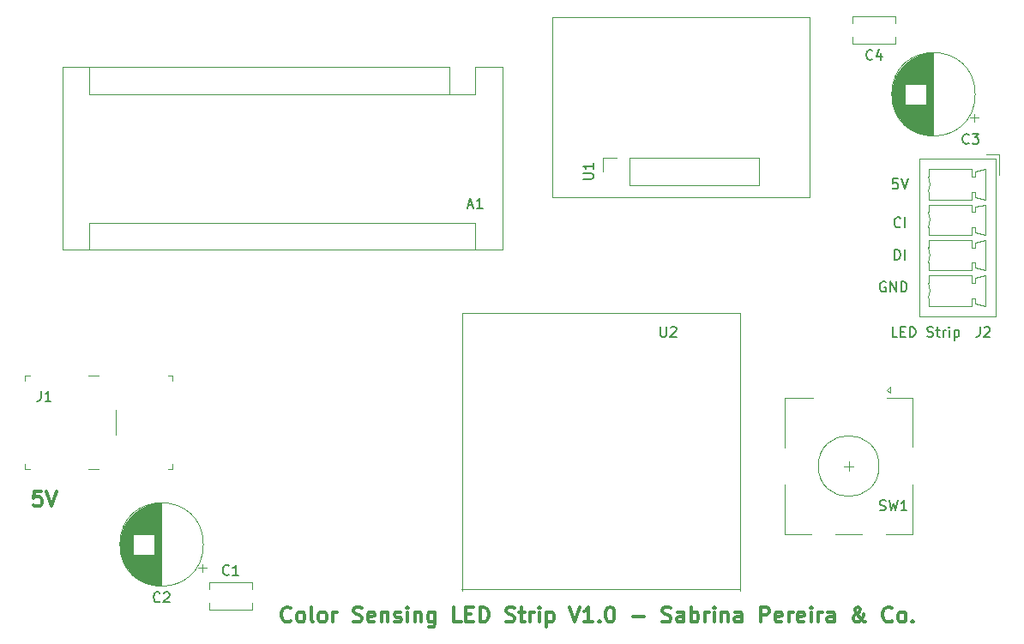
<source format=gbr>
%TF.GenerationSoftware,KiCad,Pcbnew,(5.1.6)-1*%
%TF.CreationDate,2020-11-08T18:33:20-05:00*%
%TF.ProjectId,ColorSensingLEDStrip,436f6c6f-7253-4656-9e73-696e674c4544,rev?*%
%TF.SameCoordinates,Original*%
%TF.FileFunction,Legend,Top*%
%TF.FilePolarity,Positive*%
%FSLAX46Y46*%
G04 Gerber Fmt 4.6, Leading zero omitted, Abs format (unit mm)*
G04 Created by KiCad (PCBNEW (5.1.6)-1) date 2020-11-08 18:33:20*
%MOMM*%
%LPD*%
G01*
G04 APERTURE LIST*
%ADD10C,0.300000*%
%ADD11C,0.150000*%
%ADD12C,0.120000*%
%ADD13C,0.100000*%
G04 APERTURE END LIST*
D10*
X117189285Y-110303571D02*
X116475000Y-110303571D01*
X116403571Y-111017857D01*
X116475000Y-110946428D01*
X116617857Y-110875000D01*
X116975000Y-110875000D01*
X117117857Y-110946428D01*
X117189285Y-111017857D01*
X117260714Y-111160714D01*
X117260714Y-111517857D01*
X117189285Y-111660714D01*
X117117857Y-111732142D01*
X116975000Y-111803571D01*
X116617857Y-111803571D01*
X116475000Y-111732142D01*
X116403571Y-111660714D01*
X117689285Y-110303571D02*
X118189285Y-111803571D01*
X118689285Y-110303571D01*
D11*
X201684285Y-95067380D02*
X201208095Y-95067380D01*
X201208095Y-94067380D01*
X202017619Y-94543571D02*
X202350952Y-94543571D01*
X202493809Y-95067380D02*
X202017619Y-95067380D01*
X202017619Y-94067380D01*
X202493809Y-94067380D01*
X202922380Y-95067380D02*
X202922380Y-94067380D01*
X203160476Y-94067380D01*
X203303333Y-94115000D01*
X203398571Y-94210238D01*
X203446190Y-94305476D01*
X203493809Y-94495952D01*
X203493809Y-94638809D01*
X203446190Y-94829285D01*
X203398571Y-94924523D01*
X203303333Y-95019761D01*
X203160476Y-95067380D01*
X202922380Y-95067380D01*
X204636666Y-95019761D02*
X204779523Y-95067380D01*
X205017619Y-95067380D01*
X205112857Y-95019761D01*
X205160476Y-94972142D01*
X205208095Y-94876904D01*
X205208095Y-94781666D01*
X205160476Y-94686428D01*
X205112857Y-94638809D01*
X205017619Y-94591190D01*
X204827142Y-94543571D01*
X204731904Y-94495952D01*
X204684285Y-94448333D01*
X204636666Y-94353095D01*
X204636666Y-94257857D01*
X204684285Y-94162619D01*
X204731904Y-94115000D01*
X204827142Y-94067380D01*
X205065238Y-94067380D01*
X205208095Y-94115000D01*
X205493809Y-94400714D02*
X205874761Y-94400714D01*
X205636666Y-94067380D02*
X205636666Y-94924523D01*
X205684285Y-95019761D01*
X205779523Y-95067380D01*
X205874761Y-95067380D01*
X206208095Y-95067380D02*
X206208095Y-94400714D01*
X206208095Y-94591190D02*
X206255714Y-94495952D01*
X206303333Y-94448333D01*
X206398571Y-94400714D01*
X206493809Y-94400714D01*
X206827142Y-95067380D02*
X206827142Y-94400714D01*
X206827142Y-94067380D02*
X206779523Y-94115000D01*
X206827142Y-94162619D01*
X206874761Y-94115000D01*
X206827142Y-94067380D01*
X206827142Y-94162619D01*
X207303333Y-94400714D02*
X207303333Y-95400714D01*
X207303333Y-94448333D02*
X207398571Y-94400714D01*
X207589047Y-94400714D01*
X207684285Y-94448333D01*
X207731904Y-94495952D01*
X207779523Y-94591190D01*
X207779523Y-94876904D01*
X207731904Y-94972142D01*
X207684285Y-95019761D01*
X207589047Y-95067380D01*
X207398571Y-95067380D01*
X207303333Y-95019761D01*
X201739523Y-79462380D02*
X201263333Y-79462380D01*
X201215714Y-79938571D01*
X201263333Y-79890952D01*
X201358571Y-79843333D01*
X201596666Y-79843333D01*
X201691904Y-79890952D01*
X201739523Y-79938571D01*
X201787142Y-80033809D01*
X201787142Y-80271904D01*
X201739523Y-80367142D01*
X201691904Y-80414761D01*
X201596666Y-80462380D01*
X201358571Y-80462380D01*
X201263333Y-80414761D01*
X201215714Y-80367142D01*
X202072857Y-79462380D02*
X202406190Y-80462380D01*
X202739523Y-79462380D01*
X202001428Y-84177142D02*
X201953809Y-84224761D01*
X201810952Y-84272380D01*
X201715714Y-84272380D01*
X201572857Y-84224761D01*
X201477619Y-84129523D01*
X201430000Y-84034285D01*
X201382380Y-83843809D01*
X201382380Y-83700952D01*
X201430000Y-83510476D01*
X201477619Y-83415238D01*
X201572857Y-83320000D01*
X201715714Y-83272380D01*
X201810952Y-83272380D01*
X201953809Y-83320000D01*
X202001428Y-83367619D01*
X202430000Y-84272380D02*
X202430000Y-83272380D01*
X201430000Y-87447380D02*
X201430000Y-86447380D01*
X201668095Y-86447380D01*
X201810952Y-86495000D01*
X201906190Y-86590238D01*
X201953809Y-86685476D01*
X202001428Y-86875952D01*
X202001428Y-87018809D01*
X201953809Y-87209285D01*
X201906190Y-87304523D01*
X201810952Y-87399761D01*
X201668095Y-87447380D01*
X201430000Y-87447380D01*
X202430000Y-87447380D02*
X202430000Y-86447380D01*
X200533095Y-89670000D02*
X200437857Y-89622380D01*
X200295000Y-89622380D01*
X200152142Y-89670000D01*
X200056904Y-89765238D01*
X200009285Y-89860476D01*
X199961666Y-90050952D01*
X199961666Y-90193809D01*
X200009285Y-90384285D01*
X200056904Y-90479523D01*
X200152142Y-90574761D01*
X200295000Y-90622380D01*
X200390238Y-90622380D01*
X200533095Y-90574761D01*
X200580714Y-90527142D01*
X200580714Y-90193809D01*
X200390238Y-90193809D01*
X201009285Y-90622380D02*
X201009285Y-89622380D01*
X201580714Y-90622380D01*
X201580714Y-89622380D01*
X202056904Y-90622380D02*
X202056904Y-89622380D01*
X202295000Y-89622380D01*
X202437857Y-89670000D01*
X202533095Y-89765238D01*
X202580714Y-89860476D01*
X202628333Y-90050952D01*
X202628333Y-90193809D01*
X202580714Y-90384285D01*
X202533095Y-90479523D01*
X202437857Y-90574761D01*
X202295000Y-90622380D01*
X202056904Y-90622380D01*
D10*
X141835000Y-123090714D02*
X141763571Y-123162142D01*
X141549285Y-123233571D01*
X141406428Y-123233571D01*
X141192142Y-123162142D01*
X141049285Y-123019285D01*
X140977857Y-122876428D01*
X140906428Y-122590714D01*
X140906428Y-122376428D01*
X140977857Y-122090714D01*
X141049285Y-121947857D01*
X141192142Y-121805000D01*
X141406428Y-121733571D01*
X141549285Y-121733571D01*
X141763571Y-121805000D01*
X141835000Y-121876428D01*
X142692142Y-123233571D02*
X142549285Y-123162142D01*
X142477857Y-123090714D01*
X142406428Y-122947857D01*
X142406428Y-122519285D01*
X142477857Y-122376428D01*
X142549285Y-122305000D01*
X142692142Y-122233571D01*
X142906428Y-122233571D01*
X143049285Y-122305000D01*
X143120714Y-122376428D01*
X143192142Y-122519285D01*
X143192142Y-122947857D01*
X143120714Y-123090714D01*
X143049285Y-123162142D01*
X142906428Y-123233571D01*
X142692142Y-123233571D01*
X144049285Y-123233571D02*
X143906428Y-123162142D01*
X143835000Y-123019285D01*
X143835000Y-121733571D01*
X144835000Y-123233571D02*
X144692142Y-123162142D01*
X144620714Y-123090714D01*
X144549285Y-122947857D01*
X144549285Y-122519285D01*
X144620714Y-122376428D01*
X144692142Y-122305000D01*
X144835000Y-122233571D01*
X145049285Y-122233571D01*
X145192142Y-122305000D01*
X145263571Y-122376428D01*
X145335000Y-122519285D01*
X145335000Y-122947857D01*
X145263571Y-123090714D01*
X145192142Y-123162142D01*
X145049285Y-123233571D01*
X144835000Y-123233571D01*
X145977857Y-123233571D02*
X145977857Y-122233571D01*
X145977857Y-122519285D02*
X146049285Y-122376428D01*
X146120714Y-122305000D01*
X146263571Y-122233571D01*
X146406428Y-122233571D01*
X147977857Y-123162142D02*
X148192142Y-123233571D01*
X148549285Y-123233571D01*
X148692142Y-123162142D01*
X148763571Y-123090714D01*
X148835000Y-122947857D01*
X148835000Y-122805000D01*
X148763571Y-122662142D01*
X148692142Y-122590714D01*
X148549285Y-122519285D01*
X148263571Y-122447857D01*
X148120714Y-122376428D01*
X148049285Y-122305000D01*
X147977857Y-122162142D01*
X147977857Y-122019285D01*
X148049285Y-121876428D01*
X148120714Y-121805000D01*
X148263571Y-121733571D01*
X148620714Y-121733571D01*
X148835000Y-121805000D01*
X150049285Y-123162142D02*
X149906428Y-123233571D01*
X149620714Y-123233571D01*
X149477857Y-123162142D01*
X149406428Y-123019285D01*
X149406428Y-122447857D01*
X149477857Y-122305000D01*
X149620714Y-122233571D01*
X149906428Y-122233571D01*
X150049285Y-122305000D01*
X150120714Y-122447857D01*
X150120714Y-122590714D01*
X149406428Y-122733571D01*
X150763571Y-122233571D02*
X150763571Y-123233571D01*
X150763571Y-122376428D02*
X150835000Y-122305000D01*
X150977857Y-122233571D01*
X151192142Y-122233571D01*
X151335000Y-122305000D01*
X151406428Y-122447857D01*
X151406428Y-123233571D01*
X152049285Y-123162142D02*
X152192142Y-123233571D01*
X152477857Y-123233571D01*
X152620714Y-123162142D01*
X152692142Y-123019285D01*
X152692142Y-122947857D01*
X152620714Y-122805000D01*
X152477857Y-122733571D01*
X152263571Y-122733571D01*
X152120714Y-122662142D01*
X152049285Y-122519285D01*
X152049285Y-122447857D01*
X152120714Y-122305000D01*
X152263571Y-122233571D01*
X152477857Y-122233571D01*
X152620714Y-122305000D01*
X153335000Y-123233571D02*
X153335000Y-122233571D01*
X153335000Y-121733571D02*
X153263571Y-121805000D01*
X153335000Y-121876428D01*
X153406428Y-121805000D01*
X153335000Y-121733571D01*
X153335000Y-121876428D01*
X154049285Y-122233571D02*
X154049285Y-123233571D01*
X154049285Y-122376428D02*
X154120714Y-122305000D01*
X154263571Y-122233571D01*
X154477857Y-122233571D01*
X154620714Y-122305000D01*
X154692142Y-122447857D01*
X154692142Y-123233571D01*
X156049285Y-122233571D02*
X156049285Y-123447857D01*
X155977857Y-123590714D01*
X155906428Y-123662142D01*
X155763571Y-123733571D01*
X155549285Y-123733571D01*
X155406428Y-123662142D01*
X156049285Y-123162142D02*
X155906428Y-123233571D01*
X155620714Y-123233571D01*
X155477857Y-123162142D01*
X155406428Y-123090714D01*
X155335000Y-122947857D01*
X155335000Y-122519285D01*
X155406428Y-122376428D01*
X155477857Y-122305000D01*
X155620714Y-122233571D01*
X155906428Y-122233571D01*
X156049285Y-122305000D01*
X158620714Y-123233571D02*
X157906428Y-123233571D01*
X157906428Y-121733571D01*
X159120714Y-122447857D02*
X159620714Y-122447857D01*
X159835000Y-123233571D02*
X159120714Y-123233571D01*
X159120714Y-121733571D01*
X159835000Y-121733571D01*
X160477857Y-123233571D02*
X160477857Y-121733571D01*
X160835000Y-121733571D01*
X161049285Y-121805000D01*
X161192142Y-121947857D01*
X161263571Y-122090714D01*
X161335000Y-122376428D01*
X161335000Y-122590714D01*
X161263571Y-122876428D01*
X161192142Y-123019285D01*
X161049285Y-123162142D01*
X160835000Y-123233571D01*
X160477857Y-123233571D01*
X163049285Y-123162142D02*
X163263571Y-123233571D01*
X163620714Y-123233571D01*
X163763571Y-123162142D01*
X163835000Y-123090714D01*
X163906428Y-122947857D01*
X163906428Y-122805000D01*
X163835000Y-122662142D01*
X163763571Y-122590714D01*
X163620714Y-122519285D01*
X163335000Y-122447857D01*
X163192142Y-122376428D01*
X163120714Y-122305000D01*
X163049285Y-122162142D01*
X163049285Y-122019285D01*
X163120714Y-121876428D01*
X163192142Y-121805000D01*
X163335000Y-121733571D01*
X163692142Y-121733571D01*
X163906428Y-121805000D01*
X164335000Y-122233571D02*
X164906428Y-122233571D01*
X164549285Y-121733571D02*
X164549285Y-123019285D01*
X164620714Y-123162142D01*
X164763571Y-123233571D01*
X164906428Y-123233571D01*
X165406428Y-123233571D02*
X165406428Y-122233571D01*
X165406428Y-122519285D02*
X165477857Y-122376428D01*
X165549285Y-122305000D01*
X165692142Y-122233571D01*
X165835000Y-122233571D01*
X166335000Y-123233571D02*
X166335000Y-122233571D01*
X166335000Y-121733571D02*
X166263571Y-121805000D01*
X166335000Y-121876428D01*
X166406428Y-121805000D01*
X166335000Y-121733571D01*
X166335000Y-121876428D01*
X167049285Y-122233571D02*
X167049285Y-123733571D01*
X167049285Y-122305000D02*
X167192142Y-122233571D01*
X167477857Y-122233571D01*
X167620714Y-122305000D01*
X167692142Y-122376428D01*
X167763571Y-122519285D01*
X167763571Y-122947857D01*
X167692142Y-123090714D01*
X167620714Y-123162142D01*
X167477857Y-123233571D01*
X167192142Y-123233571D01*
X167049285Y-123162142D01*
X169335000Y-121733571D02*
X169835000Y-123233571D01*
X170335000Y-121733571D01*
X171620714Y-123233571D02*
X170763571Y-123233571D01*
X171192142Y-123233571D02*
X171192142Y-121733571D01*
X171049285Y-121947857D01*
X170906428Y-122090714D01*
X170763571Y-122162142D01*
X172263571Y-123090714D02*
X172335000Y-123162142D01*
X172263571Y-123233571D01*
X172192142Y-123162142D01*
X172263571Y-123090714D01*
X172263571Y-123233571D01*
X173263571Y-121733571D02*
X173406428Y-121733571D01*
X173549285Y-121805000D01*
X173620714Y-121876428D01*
X173692142Y-122019285D01*
X173763571Y-122305000D01*
X173763571Y-122662142D01*
X173692142Y-122947857D01*
X173620714Y-123090714D01*
X173549285Y-123162142D01*
X173406428Y-123233571D01*
X173263571Y-123233571D01*
X173120714Y-123162142D01*
X173049285Y-123090714D01*
X172977857Y-122947857D01*
X172906428Y-122662142D01*
X172906428Y-122305000D01*
X172977857Y-122019285D01*
X173049285Y-121876428D01*
X173120714Y-121805000D01*
X173263571Y-121733571D01*
X175549285Y-122662142D02*
X176692142Y-122662142D01*
X178477857Y-123162142D02*
X178692142Y-123233571D01*
X179049285Y-123233571D01*
X179192142Y-123162142D01*
X179263571Y-123090714D01*
X179335000Y-122947857D01*
X179335000Y-122805000D01*
X179263571Y-122662142D01*
X179192142Y-122590714D01*
X179049285Y-122519285D01*
X178763571Y-122447857D01*
X178620714Y-122376428D01*
X178549285Y-122305000D01*
X178477857Y-122162142D01*
X178477857Y-122019285D01*
X178549285Y-121876428D01*
X178620714Y-121805000D01*
X178763571Y-121733571D01*
X179120714Y-121733571D01*
X179335000Y-121805000D01*
X180620714Y-123233571D02*
X180620714Y-122447857D01*
X180549285Y-122305000D01*
X180406428Y-122233571D01*
X180120714Y-122233571D01*
X179977857Y-122305000D01*
X180620714Y-123162142D02*
X180477857Y-123233571D01*
X180120714Y-123233571D01*
X179977857Y-123162142D01*
X179906428Y-123019285D01*
X179906428Y-122876428D01*
X179977857Y-122733571D01*
X180120714Y-122662142D01*
X180477857Y-122662142D01*
X180620714Y-122590714D01*
X181335000Y-123233571D02*
X181335000Y-121733571D01*
X181335000Y-122305000D02*
X181477857Y-122233571D01*
X181763571Y-122233571D01*
X181906428Y-122305000D01*
X181977857Y-122376428D01*
X182049285Y-122519285D01*
X182049285Y-122947857D01*
X181977857Y-123090714D01*
X181906428Y-123162142D01*
X181763571Y-123233571D01*
X181477857Y-123233571D01*
X181335000Y-123162142D01*
X182692142Y-123233571D02*
X182692142Y-122233571D01*
X182692142Y-122519285D02*
X182763571Y-122376428D01*
X182835000Y-122305000D01*
X182977857Y-122233571D01*
X183120714Y-122233571D01*
X183620714Y-123233571D02*
X183620714Y-122233571D01*
X183620714Y-121733571D02*
X183549285Y-121805000D01*
X183620714Y-121876428D01*
X183692142Y-121805000D01*
X183620714Y-121733571D01*
X183620714Y-121876428D01*
X184335000Y-122233571D02*
X184335000Y-123233571D01*
X184335000Y-122376428D02*
X184406428Y-122305000D01*
X184549285Y-122233571D01*
X184763571Y-122233571D01*
X184906428Y-122305000D01*
X184977857Y-122447857D01*
X184977857Y-123233571D01*
X186335000Y-123233571D02*
X186335000Y-122447857D01*
X186263571Y-122305000D01*
X186120714Y-122233571D01*
X185835000Y-122233571D01*
X185692142Y-122305000D01*
X186335000Y-123162142D02*
X186192142Y-123233571D01*
X185835000Y-123233571D01*
X185692142Y-123162142D01*
X185620714Y-123019285D01*
X185620714Y-122876428D01*
X185692142Y-122733571D01*
X185835000Y-122662142D01*
X186192142Y-122662142D01*
X186335000Y-122590714D01*
X188192142Y-123233571D02*
X188192142Y-121733571D01*
X188763571Y-121733571D01*
X188906428Y-121805000D01*
X188977857Y-121876428D01*
X189049285Y-122019285D01*
X189049285Y-122233571D01*
X188977857Y-122376428D01*
X188906428Y-122447857D01*
X188763571Y-122519285D01*
X188192142Y-122519285D01*
X190263571Y-123162142D02*
X190120714Y-123233571D01*
X189835000Y-123233571D01*
X189692142Y-123162142D01*
X189620714Y-123019285D01*
X189620714Y-122447857D01*
X189692142Y-122305000D01*
X189835000Y-122233571D01*
X190120714Y-122233571D01*
X190263571Y-122305000D01*
X190335000Y-122447857D01*
X190335000Y-122590714D01*
X189620714Y-122733571D01*
X190977857Y-123233571D02*
X190977857Y-122233571D01*
X190977857Y-122519285D02*
X191049285Y-122376428D01*
X191120714Y-122305000D01*
X191263571Y-122233571D01*
X191406428Y-122233571D01*
X192477857Y-123162142D02*
X192335000Y-123233571D01*
X192049285Y-123233571D01*
X191906428Y-123162142D01*
X191835000Y-123019285D01*
X191835000Y-122447857D01*
X191906428Y-122305000D01*
X192049285Y-122233571D01*
X192335000Y-122233571D01*
X192477857Y-122305000D01*
X192549285Y-122447857D01*
X192549285Y-122590714D01*
X191835000Y-122733571D01*
X193192142Y-123233571D02*
X193192142Y-122233571D01*
X193192142Y-121733571D02*
X193120714Y-121805000D01*
X193192142Y-121876428D01*
X193263571Y-121805000D01*
X193192142Y-121733571D01*
X193192142Y-121876428D01*
X193906428Y-123233571D02*
X193906428Y-122233571D01*
X193906428Y-122519285D02*
X193977857Y-122376428D01*
X194049285Y-122305000D01*
X194192142Y-122233571D01*
X194335000Y-122233571D01*
X195477857Y-123233571D02*
X195477857Y-122447857D01*
X195406428Y-122305000D01*
X195263571Y-122233571D01*
X194977857Y-122233571D01*
X194835000Y-122305000D01*
X195477857Y-123162142D02*
X195335000Y-123233571D01*
X194977857Y-123233571D01*
X194835000Y-123162142D01*
X194763571Y-123019285D01*
X194763571Y-122876428D01*
X194835000Y-122733571D01*
X194977857Y-122662142D01*
X195335000Y-122662142D01*
X195477857Y-122590714D01*
X198549285Y-123233571D02*
X198477857Y-123233571D01*
X198335000Y-123162142D01*
X198120714Y-122947857D01*
X197763571Y-122519285D01*
X197620714Y-122305000D01*
X197549285Y-122090714D01*
X197549285Y-121947857D01*
X197620714Y-121805000D01*
X197763571Y-121733571D01*
X197835000Y-121733571D01*
X197977857Y-121805000D01*
X198049285Y-121947857D01*
X198049285Y-122019285D01*
X197977857Y-122162142D01*
X197906428Y-122233571D01*
X197477857Y-122519285D01*
X197406428Y-122590714D01*
X197335000Y-122733571D01*
X197335000Y-122947857D01*
X197406428Y-123090714D01*
X197477857Y-123162142D01*
X197620714Y-123233571D01*
X197835000Y-123233571D01*
X197977857Y-123162142D01*
X198049285Y-123090714D01*
X198263571Y-122805000D01*
X198335000Y-122590714D01*
X198335000Y-122447857D01*
X201192142Y-123090714D02*
X201120714Y-123162142D01*
X200906428Y-123233571D01*
X200763571Y-123233571D01*
X200549285Y-123162142D01*
X200406428Y-123019285D01*
X200335000Y-122876428D01*
X200263571Y-122590714D01*
X200263571Y-122376428D01*
X200335000Y-122090714D01*
X200406428Y-121947857D01*
X200549285Y-121805000D01*
X200763571Y-121733571D01*
X200906428Y-121733571D01*
X201120714Y-121805000D01*
X201192142Y-121876428D01*
X202049285Y-123233571D02*
X201906428Y-123162142D01*
X201835000Y-123090714D01*
X201763571Y-122947857D01*
X201763571Y-122519285D01*
X201835000Y-122376428D01*
X201906428Y-122305000D01*
X202049285Y-122233571D01*
X202263571Y-122233571D01*
X202406428Y-122305000D01*
X202477857Y-122376428D01*
X202549285Y-122519285D01*
X202549285Y-122947857D01*
X202477857Y-123090714D01*
X202406428Y-123162142D01*
X202263571Y-123233571D01*
X202049285Y-123233571D01*
X203192142Y-123090714D02*
X203263571Y-123162142D01*
X203192142Y-123233571D01*
X203120714Y-123162142D01*
X203192142Y-123090714D01*
X203192142Y-123233571D01*
D12*
%TO.C,J2*%
X211370000Y-77450000D02*
X203900000Y-77450000D01*
X203900000Y-77450000D02*
X203900000Y-93070000D01*
X203900000Y-93070000D02*
X211370000Y-93070000D01*
X211370000Y-93070000D02*
X211370000Y-77450000D01*
X204760000Y-79260000D02*
X204760000Y-78510000D01*
X204760000Y-78510000D02*
X209060000Y-78510000D01*
X209060000Y-78510000D02*
X209060000Y-79260000D01*
X209060000Y-79260000D02*
X209410000Y-79260000D01*
X209410000Y-79260000D02*
X209410000Y-78760000D01*
X209410000Y-78760000D02*
X210410000Y-78510000D01*
X210410000Y-78510000D02*
X210410000Y-81510000D01*
X210410000Y-81510000D02*
X209410000Y-81260000D01*
X209410000Y-81260000D02*
X209410000Y-80760000D01*
X209410000Y-80760000D02*
X209060000Y-80760000D01*
X209060000Y-80760000D02*
X209060000Y-81510000D01*
X209060000Y-81510000D02*
X204760000Y-81510000D01*
X204760000Y-81510000D02*
X204760000Y-80760000D01*
X204760000Y-82760000D02*
X204760000Y-82010000D01*
X204760000Y-82010000D02*
X209060000Y-82010000D01*
X209060000Y-82010000D02*
X209060000Y-82760000D01*
X209060000Y-82760000D02*
X209410000Y-82760000D01*
X209410000Y-82760000D02*
X209410000Y-82260000D01*
X209410000Y-82260000D02*
X210410000Y-82010000D01*
X210410000Y-82010000D02*
X210410000Y-85010000D01*
X210410000Y-85010000D02*
X209410000Y-84760000D01*
X209410000Y-84760000D02*
X209410000Y-84260000D01*
X209410000Y-84260000D02*
X209060000Y-84260000D01*
X209060000Y-84260000D02*
X209060000Y-85010000D01*
X209060000Y-85010000D02*
X204760000Y-85010000D01*
X204760000Y-85010000D02*
X204760000Y-84260000D01*
X204760000Y-86260000D02*
X204760000Y-85510000D01*
X204760000Y-85510000D02*
X209060000Y-85510000D01*
X209060000Y-85510000D02*
X209060000Y-86260000D01*
X209060000Y-86260000D02*
X209410000Y-86260000D01*
X209410000Y-86260000D02*
X209410000Y-85760000D01*
X209410000Y-85760000D02*
X210410000Y-85510000D01*
X210410000Y-85510000D02*
X210410000Y-88510000D01*
X210410000Y-88510000D02*
X209410000Y-88260000D01*
X209410000Y-88260000D02*
X209410000Y-87760000D01*
X209410000Y-87760000D02*
X209060000Y-87760000D01*
X209060000Y-87760000D02*
X209060000Y-88510000D01*
X209060000Y-88510000D02*
X204760000Y-88510000D01*
X204760000Y-88510000D02*
X204760000Y-87760000D01*
X204760000Y-89760000D02*
X204760000Y-89010000D01*
X204760000Y-89010000D02*
X209060000Y-89010000D01*
X209060000Y-89010000D02*
X209060000Y-89760000D01*
X209060000Y-89760000D02*
X209410000Y-89760000D01*
X209410000Y-89760000D02*
X209410000Y-89260000D01*
X209410000Y-89260000D02*
X210410000Y-89010000D01*
X210410000Y-89010000D02*
X210410000Y-92010000D01*
X210410000Y-92010000D02*
X209410000Y-91760000D01*
X209410000Y-91760000D02*
X209410000Y-91260000D01*
X209410000Y-91260000D02*
X209060000Y-91260000D01*
X209060000Y-91260000D02*
X209060000Y-92010000D01*
X209060000Y-92010000D02*
X204760000Y-92010000D01*
X204760000Y-92010000D02*
X204760000Y-91260000D01*
X210510000Y-77060000D02*
X211760000Y-77060000D01*
X211760000Y-77060000D02*
X211760000Y-79060000D01*
X204760155Y-91259647D02*
G75*
G03*
X204760000Y-89760000I-1700155J749647D01*
G01*
X204760155Y-87759647D02*
G75*
G03*
X204760000Y-86260000I-1700155J749647D01*
G01*
X204760155Y-84259647D02*
G75*
G03*
X204760000Y-82760000I-1700155J749647D01*
G01*
X204760155Y-80759647D02*
G75*
G03*
X204760000Y-79260000I-1700155J749647D01*
G01*
%TO.C,U1*%
X167640000Y-63500000D02*
X167640000Y-81280000D01*
X193040000Y-63500000D02*
X167640000Y-63500000D01*
X193040000Y-81280000D02*
X193040000Y-63500000D01*
X167640000Y-81280000D02*
X193040000Y-81280000D01*
X175260000Y-80070000D02*
X175260000Y-77410000D01*
X175260000Y-80070000D02*
X188020000Y-80070000D01*
X188020000Y-80070000D02*
X188020000Y-77410000D01*
X175260000Y-77410000D02*
X188020000Y-77410000D01*
X172660000Y-77410000D02*
X173990000Y-77410000D01*
X172660000Y-78740000D02*
X172660000Y-77410000D01*
%TO.C,U2*%
X186182000Y-92710000D02*
X158750000Y-92710000D01*
X186182000Y-120142000D02*
X186182000Y-92710000D01*
X158623000Y-120015000D02*
X186055000Y-120015000D01*
X158750000Y-92710000D02*
X158750000Y-120142000D01*
%TO.C,SW1*%
X196890000Y-107330000D02*
X196890000Y-108330000D01*
X197390000Y-107830000D02*
X196390000Y-107830000D01*
X193190000Y-114530000D02*
X190590000Y-114530000D01*
X198190000Y-114530000D02*
X195590000Y-114530000D01*
X203190000Y-114530000D02*
X200590000Y-114530000D01*
X200990000Y-100630000D02*
X200690000Y-100330000D01*
X200990000Y-100030000D02*
X200990000Y-100630000D01*
X200690000Y-100330000D02*
X200990000Y-100030000D01*
X203190000Y-101130000D02*
X200690000Y-101130000D01*
X203190000Y-105930000D02*
X203190000Y-101130000D01*
X190590000Y-101130000D02*
X193390000Y-101130000D01*
X190590000Y-106030000D02*
X190590000Y-101130000D01*
X190590000Y-114530000D02*
X190590000Y-109630000D01*
X203190000Y-109630000D02*
X203190000Y-114530000D01*
X199890000Y-107830000D02*
G75*
G03*
X199890000Y-107830000I-3000000J0D01*
G01*
D13*
%TO.C,J1*%
X122865000Y-98905000D02*
X121865000Y-98905000D01*
X122865000Y-108105000D02*
X121865000Y-108105000D01*
X115565000Y-98905000D02*
X116065000Y-98905000D01*
X115565000Y-98905000D02*
X115565000Y-99405000D01*
X115565000Y-108105000D02*
X115565000Y-107605000D01*
X115565000Y-108105000D02*
X116065000Y-108105000D01*
X124565000Y-104705000D02*
X124565000Y-102305000D01*
X130165000Y-108105000D02*
X129665000Y-108105000D01*
X130165000Y-108105000D02*
X130165000Y-107605000D01*
X130165000Y-98905000D02*
X129665000Y-98905000D01*
X130165000Y-98905000D02*
X130165000Y-99405000D01*
D12*
%TO.C,C4*%
X201530000Y-66140000D02*
X197290000Y-66140000D01*
X201530000Y-63400000D02*
X197290000Y-63400000D01*
X201530000Y-66140000D02*
X201530000Y-65435000D01*
X201530000Y-64105000D02*
X201530000Y-63400000D01*
X197290000Y-66140000D02*
X197290000Y-65435000D01*
X197290000Y-64105000D02*
X197290000Y-63400000D01*
%TO.C,C3*%
X209380000Y-71120000D02*
G75*
G03*
X209380000Y-71120000I-4120000J0D01*
G01*
X205260000Y-75200000D02*
X205260000Y-67040000D01*
X205220000Y-75200000D02*
X205220000Y-67040000D01*
X205180000Y-75200000D02*
X205180000Y-67040000D01*
X205140000Y-75199000D02*
X205140000Y-67041000D01*
X205100000Y-75197000D02*
X205100000Y-67043000D01*
X205060000Y-75196000D02*
X205060000Y-67044000D01*
X205020000Y-75194000D02*
X205020000Y-67046000D01*
X204980000Y-75191000D02*
X204980000Y-67049000D01*
X204940000Y-75188000D02*
X204940000Y-67052000D01*
X204900000Y-75185000D02*
X204900000Y-67055000D01*
X204860000Y-75181000D02*
X204860000Y-67059000D01*
X204820000Y-75177000D02*
X204820000Y-67063000D01*
X204780000Y-75172000D02*
X204780000Y-67068000D01*
X204740000Y-75168000D02*
X204740000Y-67072000D01*
X204700000Y-75162000D02*
X204700000Y-67078000D01*
X204660000Y-75157000D02*
X204660000Y-67083000D01*
X204620000Y-75150000D02*
X204620000Y-67090000D01*
X204580000Y-75144000D02*
X204580000Y-67096000D01*
X204539000Y-75137000D02*
X204539000Y-72160000D01*
X204539000Y-70080000D02*
X204539000Y-67103000D01*
X204499000Y-75130000D02*
X204499000Y-72160000D01*
X204499000Y-70080000D02*
X204499000Y-67110000D01*
X204459000Y-75122000D02*
X204459000Y-72160000D01*
X204459000Y-70080000D02*
X204459000Y-67118000D01*
X204419000Y-75114000D02*
X204419000Y-72160000D01*
X204419000Y-70080000D02*
X204419000Y-67126000D01*
X204379000Y-75105000D02*
X204379000Y-72160000D01*
X204379000Y-70080000D02*
X204379000Y-67135000D01*
X204339000Y-75096000D02*
X204339000Y-72160000D01*
X204339000Y-70080000D02*
X204339000Y-67144000D01*
X204299000Y-75087000D02*
X204299000Y-72160000D01*
X204299000Y-70080000D02*
X204299000Y-67153000D01*
X204259000Y-75077000D02*
X204259000Y-72160000D01*
X204259000Y-70080000D02*
X204259000Y-67163000D01*
X204219000Y-75067000D02*
X204219000Y-72160000D01*
X204219000Y-70080000D02*
X204219000Y-67173000D01*
X204179000Y-75056000D02*
X204179000Y-72160000D01*
X204179000Y-70080000D02*
X204179000Y-67184000D01*
X204139000Y-75045000D02*
X204139000Y-72160000D01*
X204139000Y-70080000D02*
X204139000Y-67195000D01*
X204099000Y-75034000D02*
X204099000Y-72160000D01*
X204099000Y-70080000D02*
X204099000Y-67206000D01*
X204059000Y-75022000D02*
X204059000Y-72160000D01*
X204059000Y-70080000D02*
X204059000Y-67218000D01*
X204019000Y-75009000D02*
X204019000Y-72160000D01*
X204019000Y-70080000D02*
X204019000Y-67231000D01*
X203979000Y-74997000D02*
X203979000Y-72160000D01*
X203979000Y-70080000D02*
X203979000Y-67243000D01*
X203939000Y-74983000D02*
X203939000Y-72160000D01*
X203939000Y-70080000D02*
X203939000Y-67257000D01*
X203899000Y-74970000D02*
X203899000Y-72160000D01*
X203899000Y-70080000D02*
X203899000Y-67270000D01*
X203859000Y-74955000D02*
X203859000Y-72160000D01*
X203859000Y-70080000D02*
X203859000Y-67285000D01*
X203819000Y-74941000D02*
X203819000Y-72160000D01*
X203819000Y-70080000D02*
X203819000Y-67299000D01*
X203779000Y-74925000D02*
X203779000Y-72160000D01*
X203779000Y-70080000D02*
X203779000Y-67315000D01*
X203739000Y-74910000D02*
X203739000Y-72160000D01*
X203739000Y-70080000D02*
X203739000Y-67330000D01*
X203699000Y-74894000D02*
X203699000Y-72160000D01*
X203699000Y-70080000D02*
X203699000Y-67346000D01*
X203659000Y-74877000D02*
X203659000Y-72160000D01*
X203659000Y-70080000D02*
X203659000Y-67363000D01*
X203619000Y-74860000D02*
X203619000Y-72160000D01*
X203619000Y-70080000D02*
X203619000Y-67380000D01*
X203579000Y-74842000D02*
X203579000Y-72160000D01*
X203579000Y-70080000D02*
X203579000Y-67398000D01*
X203539000Y-74824000D02*
X203539000Y-72160000D01*
X203539000Y-70080000D02*
X203539000Y-67416000D01*
X203499000Y-74806000D02*
X203499000Y-72160000D01*
X203499000Y-70080000D02*
X203499000Y-67434000D01*
X203459000Y-74786000D02*
X203459000Y-72160000D01*
X203459000Y-70080000D02*
X203459000Y-67454000D01*
X203419000Y-74767000D02*
X203419000Y-72160000D01*
X203419000Y-70080000D02*
X203419000Y-67473000D01*
X203379000Y-74747000D02*
X203379000Y-72160000D01*
X203379000Y-70080000D02*
X203379000Y-67493000D01*
X203339000Y-74726000D02*
X203339000Y-72160000D01*
X203339000Y-70080000D02*
X203339000Y-67514000D01*
X203299000Y-74704000D02*
X203299000Y-72160000D01*
X203299000Y-70080000D02*
X203299000Y-67536000D01*
X203259000Y-74682000D02*
X203259000Y-72160000D01*
X203259000Y-70080000D02*
X203259000Y-67558000D01*
X203219000Y-74660000D02*
X203219000Y-72160000D01*
X203219000Y-70080000D02*
X203219000Y-67580000D01*
X203179000Y-74637000D02*
X203179000Y-72160000D01*
X203179000Y-70080000D02*
X203179000Y-67603000D01*
X203139000Y-74613000D02*
X203139000Y-72160000D01*
X203139000Y-70080000D02*
X203139000Y-67627000D01*
X203099000Y-74589000D02*
X203099000Y-72160000D01*
X203099000Y-70080000D02*
X203099000Y-67651000D01*
X203059000Y-74564000D02*
X203059000Y-72160000D01*
X203059000Y-70080000D02*
X203059000Y-67676000D01*
X203019000Y-74538000D02*
X203019000Y-72160000D01*
X203019000Y-70080000D02*
X203019000Y-67702000D01*
X202979000Y-74512000D02*
X202979000Y-72160000D01*
X202979000Y-70080000D02*
X202979000Y-67728000D01*
X202939000Y-74485000D02*
X202939000Y-72160000D01*
X202939000Y-70080000D02*
X202939000Y-67755000D01*
X202899000Y-74458000D02*
X202899000Y-72160000D01*
X202899000Y-70080000D02*
X202899000Y-67782000D01*
X202859000Y-74429000D02*
X202859000Y-72160000D01*
X202859000Y-70080000D02*
X202859000Y-67811000D01*
X202819000Y-74400000D02*
X202819000Y-72160000D01*
X202819000Y-70080000D02*
X202819000Y-67840000D01*
X202779000Y-74370000D02*
X202779000Y-72160000D01*
X202779000Y-70080000D02*
X202779000Y-67870000D01*
X202739000Y-74340000D02*
X202739000Y-72160000D01*
X202739000Y-70080000D02*
X202739000Y-67900000D01*
X202699000Y-74309000D02*
X202699000Y-72160000D01*
X202699000Y-70080000D02*
X202699000Y-67931000D01*
X202659000Y-74276000D02*
X202659000Y-72160000D01*
X202659000Y-70080000D02*
X202659000Y-67964000D01*
X202619000Y-74244000D02*
X202619000Y-72160000D01*
X202619000Y-70080000D02*
X202619000Y-67996000D01*
X202579000Y-74210000D02*
X202579000Y-72160000D01*
X202579000Y-70080000D02*
X202579000Y-68030000D01*
X202539000Y-74175000D02*
X202539000Y-72160000D01*
X202539000Y-70080000D02*
X202539000Y-68065000D01*
X202499000Y-74139000D02*
X202499000Y-72160000D01*
X202499000Y-70080000D02*
X202499000Y-68101000D01*
X202459000Y-74103000D02*
X202459000Y-68137000D01*
X202419000Y-74065000D02*
X202419000Y-68175000D01*
X202379000Y-74027000D02*
X202379000Y-68213000D01*
X202339000Y-73987000D02*
X202339000Y-68253000D01*
X202299000Y-73946000D02*
X202299000Y-68294000D01*
X202259000Y-73904000D02*
X202259000Y-68336000D01*
X202219000Y-73861000D02*
X202219000Y-68379000D01*
X202179000Y-73817000D02*
X202179000Y-68423000D01*
X202139000Y-73771000D02*
X202139000Y-68469000D01*
X202099000Y-73724000D02*
X202099000Y-68516000D01*
X202059000Y-73676000D02*
X202059000Y-68564000D01*
X202019000Y-73625000D02*
X202019000Y-68615000D01*
X201979000Y-73574000D02*
X201979000Y-68666000D01*
X201939000Y-73520000D02*
X201939000Y-68720000D01*
X201899000Y-73465000D02*
X201899000Y-68775000D01*
X201859000Y-73407000D02*
X201859000Y-68833000D01*
X201819000Y-73348000D02*
X201819000Y-68892000D01*
X201779000Y-73286000D02*
X201779000Y-68954000D01*
X201739000Y-73222000D02*
X201739000Y-69018000D01*
X201699000Y-73154000D02*
X201699000Y-69086000D01*
X201659000Y-73084000D02*
X201659000Y-69156000D01*
X201619000Y-73010000D02*
X201619000Y-69230000D01*
X201579000Y-72933000D02*
X201579000Y-69307000D01*
X201539000Y-72851000D02*
X201539000Y-69389000D01*
X201499000Y-72765000D02*
X201499000Y-69475000D01*
X201459000Y-72672000D02*
X201459000Y-69568000D01*
X201419000Y-72573000D02*
X201419000Y-69667000D01*
X201379000Y-72466000D02*
X201379000Y-69774000D01*
X201339000Y-72349000D02*
X201339000Y-69891000D01*
X201299000Y-72218000D02*
X201299000Y-70022000D01*
X201259000Y-72068000D02*
X201259000Y-70172000D01*
X201219000Y-71888000D02*
X201219000Y-70352000D01*
X201179000Y-71653000D02*
X201179000Y-70587000D01*
X209669698Y-73435000D02*
X208869698Y-73435000D01*
X209269698Y-73835000D02*
X209269698Y-73035000D01*
%TO.C,C2*%
X133180000Y-115570000D02*
G75*
G03*
X133180000Y-115570000I-4120000J0D01*
G01*
X129060000Y-119650000D02*
X129060000Y-111490000D01*
X129020000Y-119650000D02*
X129020000Y-111490000D01*
X128980000Y-119650000D02*
X128980000Y-111490000D01*
X128940000Y-119649000D02*
X128940000Y-111491000D01*
X128900000Y-119647000D02*
X128900000Y-111493000D01*
X128860000Y-119646000D02*
X128860000Y-111494000D01*
X128820000Y-119644000D02*
X128820000Y-111496000D01*
X128780000Y-119641000D02*
X128780000Y-111499000D01*
X128740000Y-119638000D02*
X128740000Y-111502000D01*
X128700000Y-119635000D02*
X128700000Y-111505000D01*
X128660000Y-119631000D02*
X128660000Y-111509000D01*
X128620000Y-119627000D02*
X128620000Y-111513000D01*
X128580000Y-119622000D02*
X128580000Y-111518000D01*
X128540000Y-119618000D02*
X128540000Y-111522000D01*
X128500000Y-119612000D02*
X128500000Y-111528000D01*
X128460000Y-119607000D02*
X128460000Y-111533000D01*
X128420000Y-119600000D02*
X128420000Y-111540000D01*
X128380000Y-119594000D02*
X128380000Y-111546000D01*
X128339000Y-119587000D02*
X128339000Y-116610000D01*
X128339000Y-114530000D02*
X128339000Y-111553000D01*
X128299000Y-119580000D02*
X128299000Y-116610000D01*
X128299000Y-114530000D02*
X128299000Y-111560000D01*
X128259000Y-119572000D02*
X128259000Y-116610000D01*
X128259000Y-114530000D02*
X128259000Y-111568000D01*
X128219000Y-119564000D02*
X128219000Y-116610000D01*
X128219000Y-114530000D02*
X128219000Y-111576000D01*
X128179000Y-119555000D02*
X128179000Y-116610000D01*
X128179000Y-114530000D02*
X128179000Y-111585000D01*
X128139000Y-119546000D02*
X128139000Y-116610000D01*
X128139000Y-114530000D02*
X128139000Y-111594000D01*
X128099000Y-119537000D02*
X128099000Y-116610000D01*
X128099000Y-114530000D02*
X128099000Y-111603000D01*
X128059000Y-119527000D02*
X128059000Y-116610000D01*
X128059000Y-114530000D02*
X128059000Y-111613000D01*
X128019000Y-119517000D02*
X128019000Y-116610000D01*
X128019000Y-114530000D02*
X128019000Y-111623000D01*
X127979000Y-119506000D02*
X127979000Y-116610000D01*
X127979000Y-114530000D02*
X127979000Y-111634000D01*
X127939000Y-119495000D02*
X127939000Y-116610000D01*
X127939000Y-114530000D02*
X127939000Y-111645000D01*
X127899000Y-119484000D02*
X127899000Y-116610000D01*
X127899000Y-114530000D02*
X127899000Y-111656000D01*
X127859000Y-119472000D02*
X127859000Y-116610000D01*
X127859000Y-114530000D02*
X127859000Y-111668000D01*
X127819000Y-119459000D02*
X127819000Y-116610000D01*
X127819000Y-114530000D02*
X127819000Y-111681000D01*
X127779000Y-119447000D02*
X127779000Y-116610000D01*
X127779000Y-114530000D02*
X127779000Y-111693000D01*
X127739000Y-119433000D02*
X127739000Y-116610000D01*
X127739000Y-114530000D02*
X127739000Y-111707000D01*
X127699000Y-119420000D02*
X127699000Y-116610000D01*
X127699000Y-114530000D02*
X127699000Y-111720000D01*
X127659000Y-119405000D02*
X127659000Y-116610000D01*
X127659000Y-114530000D02*
X127659000Y-111735000D01*
X127619000Y-119391000D02*
X127619000Y-116610000D01*
X127619000Y-114530000D02*
X127619000Y-111749000D01*
X127579000Y-119375000D02*
X127579000Y-116610000D01*
X127579000Y-114530000D02*
X127579000Y-111765000D01*
X127539000Y-119360000D02*
X127539000Y-116610000D01*
X127539000Y-114530000D02*
X127539000Y-111780000D01*
X127499000Y-119344000D02*
X127499000Y-116610000D01*
X127499000Y-114530000D02*
X127499000Y-111796000D01*
X127459000Y-119327000D02*
X127459000Y-116610000D01*
X127459000Y-114530000D02*
X127459000Y-111813000D01*
X127419000Y-119310000D02*
X127419000Y-116610000D01*
X127419000Y-114530000D02*
X127419000Y-111830000D01*
X127379000Y-119292000D02*
X127379000Y-116610000D01*
X127379000Y-114530000D02*
X127379000Y-111848000D01*
X127339000Y-119274000D02*
X127339000Y-116610000D01*
X127339000Y-114530000D02*
X127339000Y-111866000D01*
X127299000Y-119256000D02*
X127299000Y-116610000D01*
X127299000Y-114530000D02*
X127299000Y-111884000D01*
X127259000Y-119236000D02*
X127259000Y-116610000D01*
X127259000Y-114530000D02*
X127259000Y-111904000D01*
X127219000Y-119217000D02*
X127219000Y-116610000D01*
X127219000Y-114530000D02*
X127219000Y-111923000D01*
X127179000Y-119197000D02*
X127179000Y-116610000D01*
X127179000Y-114530000D02*
X127179000Y-111943000D01*
X127139000Y-119176000D02*
X127139000Y-116610000D01*
X127139000Y-114530000D02*
X127139000Y-111964000D01*
X127099000Y-119154000D02*
X127099000Y-116610000D01*
X127099000Y-114530000D02*
X127099000Y-111986000D01*
X127059000Y-119132000D02*
X127059000Y-116610000D01*
X127059000Y-114530000D02*
X127059000Y-112008000D01*
X127019000Y-119110000D02*
X127019000Y-116610000D01*
X127019000Y-114530000D02*
X127019000Y-112030000D01*
X126979000Y-119087000D02*
X126979000Y-116610000D01*
X126979000Y-114530000D02*
X126979000Y-112053000D01*
X126939000Y-119063000D02*
X126939000Y-116610000D01*
X126939000Y-114530000D02*
X126939000Y-112077000D01*
X126899000Y-119039000D02*
X126899000Y-116610000D01*
X126899000Y-114530000D02*
X126899000Y-112101000D01*
X126859000Y-119014000D02*
X126859000Y-116610000D01*
X126859000Y-114530000D02*
X126859000Y-112126000D01*
X126819000Y-118988000D02*
X126819000Y-116610000D01*
X126819000Y-114530000D02*
X126819000Y-112152000D01*
X126779000Y-118962000D02*
X126779000Y-116610000D01*
X126779000Y-114530000D02*
X126779000Y-112178000D01*
X126739000Y-118935000D02*
X126739000Y-116610000D01*
X126739000Y-114530000D02*
X126739000Y-112205000D01*
X126699000Y-118908000D02*
X126699000Y-116610000D01*
X126699000Y-114530000D02*
X126699000Y-112232000D01*
X126659000Y-118879000D02*
X126659000Y-116610000D01*
X126659000Y-114530000D02*
X126659000Y-112261000D01*
X126619000Y-118850000D02*
X126619000Y-116610000D01*
X126619000Y-114530000D02*
X126619000Y-112290000D01*
X126579000Y-118820000D02*
X126579000Y-116610000D01*
X126579000Y-114530000D02*
X126579000Y-112320000D01*
X126539000Y-118790000D02*
X126539000Y-116610000D01*
X126539000Y-114530000D02*
X126539000Y-112350000D01*
X126499000Y-118759000D02*
X126499000Y-116610000D01*
X126499000Y-114530000D02*
X126499000Y-112381000D01*
X126459000Y-118726000D02*
X126459000Y-116610000D01*
X126459000Y-114530000D02*
X126459000Y-112414000D01*
X126419000Y-118694000D02*
X126419000Y-116610000D01*
X126419000Y-114530000D02*
X126419000Y-112446000D01*
X126379000Y-118660000D02*
X126379000Y-116610000D01*
X126379000Y-114530000D02*
X126379000Y-112480000D01*
X126339000Y-118625000D02*
X126339000Y-116610000D01*
X126339000Y-114530000D02*
X126339000Y-112515000D01*
X126299000Y-118589000D02*
X126299000Y-116610000D01*
X126299000Y-114530000D02*
X126299000Y-112551000D01*
X126259000Y-118553000D02*
X126259000Y-112587000D01*
X126219000Y-118515000D02*
X126219000Y-112625000D01*
X126179000Y-118477000D02*
X126179000Y-112663000D01*
X126139000Y-118437000D02*
X126139000Y-112703000D01*
X126099000Y-118396000D02*
X126099000Y-112744000D01*
X126059000Y-118354000D02*
X126059000Y-112786000D01*
X126019000Y-118311000D02*
X126019000Y-112829000D01*
X125979000Y-118267000D02*
X125979000Y-112873000D01*
X125939000Y-118221000D02*
X125939000Y-112919000D01*
X125899000Y-118174000D02*
X125899000Y-112966000D01*
X125859000Y-118126000D02*
X125859000Y-113014000D01*
X125819000Y-118075000D02*
X125819000Y-113065000D01*
X125779000Y-118024000D02*
X125779000Y-113116000D01*
X125739000Y-117970000D02*
X125739000Y-113170000D01*
X125699000Y-117915000D02*
X125699000Y-113225000D01*
X125659000Y-117857000D02*
X125659000Y-113283000D01*
X125619000Y-117798000D02*
X125619000Y-113342000D01*
X125579000Y-117736000D02*
X125579000Y-113404000D01*
X125539000Y-117672000D02*
X125539000Y-113468000D01*
X125499000Y-117604000D02*
X125499000Y-113536000D01*
X125459000Y-117534000D02*
X125459000Y-113606000D01*
X125419000Y-117460000D02*
X125419000Y-113680000D01*
X125379000Y-117383000D02*
X125379000Y-113757000D01*
X125339000Y-117301000D02*
X125339000Y-113839000D01*
X125299000Y-117215000D02*
X125299000Y-113925000D01*
X125259000Y-117122000D02*
X125259000Y-114018000D01*
X125219000Y-117023000D02*
X125219000Y-114117000D01*
X125179000Y-116916000D02*
X125179000Y-114224000D01*
X125139000Y-116799000D02*
X125139000Y-114341000D01*
X125099000Y-116668000D02*
X125099000Y-114472000D01*
X125059000Y-116518000D02*
X125059000Y-114622000D01*
X125019000Y-116338000D02*
X125019000Y-114802000D01*
X124979000Y-116103000D02*
X124979000Y-115037000D01*
X133469698Y-117885000D02*
X132669698Y-117885000D01*
X133069698Y-118285000D02*
X133069698Y-117485000D01*
%TO.C,C1*%
X133750000Y-119280000D02*
X137990000Y-119280000D01*
X133750000Y-122020000D02*
X137990000Y-122020000D01*
X133750000Y-119280000D02*
X133750000Y-119985000D01*
X133750000Y-121315000D02*
X133750000Y-122020000D01*
X137990000Y-119280000D02*
X137990000Y-119985000D01*
X137990000Y-121315000D02*
X137990000Y-122020000D01*
%TO.C,A1*%
X157480000Y-71120000D02*
X160020000Y-71120000D01*
X160020000Y-71120000D02*
X160020000Y-68450000D01*
X157480000Y-68450000D02*
X119250000Y-68450000D01*
X162690000Y-68450000D02*
X160020000Y-68450000D01*
X160020000Y-83820000D02*
X160020000Y-86490000D01*
X160020000Y-83820000D02*
X121920000Y-83820000D01*
X121920000Y-83820000D02*
X121920000Y-86490000D01*
X157480000Y-71120000D02*
X157480000Y-68450000D01*
X157480000Y-71120000D02*
X121920000Y-71120000D01*
X121920000Y-71120000D02*
X121920000Y-68450000D01*
X119250000Y-68450000D02*
X119250000Y-86490000D01*
X119250000Y-86490000D02*
X162690000Y-86490000D01*
X162690000Y-86490000D02*
X162690000Y-68450000D01*
%TO.C,J2*%
D11*
X209851666Y-94067380D02*
X209851666Y-94781666D01*
X209804047Y-94924523D01*
X209708809Y-95019761D01*
X209565952Y-95067380D01*
X209470714Y-95067380D01*
X210280238Y-94162619D02*
X210327857Y-94115000D01*
X210423095Y-94067380D01*
X210661190Y-94067380D01*
X210756428Y-94115000D01*
X210804047Y-94162619D01*
X210851666Y-94257857D01*
X210851666Y-94353095D01*
X210804047Y-94495952D01*
X210232619Y-95067380D01*
X210851666Y-95067380D01*
%TO.C,U1*%
X170672380Y-79501904D02*
X171481904Y-79501904D01*
X171577142Y-79454285D01*
X171624761Y-79406666D01*
X171672380Y-79311428D01*
X171672380Y-79120952D01*
X171624761Y-79025714D01*
X171577142Y-78978095D01*
X171481904Y-78930476D01*
X170672380Y-78930476D01*
X171672380Y-77930476D02*
X171672380Y-78501904D01*
X171672380Y-78216190D02*
X170672380Y-78216190D01*
X170815238Y-78311428D01*
X170910476Y-78406666D01*
X170958095Y-78501904D01*
%TO.C,U2*%
X178308095Y-94067380D02*
X178308095Y-94876904D01*
X178355714Y-94972142D01*
X178403333Y-95019761D01*
X178498571Y-95067380D01*
X178689047Y-95067380D01*
X178784285Y-95019761D01*
X178831904Y-94972142D01*
X178879523Y-94876904D01*
X178879523Y-94067380D01*
X179308095Y-94162619D02*
X179355714Y-94115000D01*
X179450952Y-94067380D01*
X179689047Y-94067380D01*
X179784285Y-94115000D01*
X179831904Y-94162619D01*
X179879523Y-94257857D01*
X179879523Y-94353095D01*
X179831904Y-94495952D01*
X179260476Y-95067380D01*
X179879523Y-95067380D01*
%TO.C,SW1*%
X199961666Y-112164761D02*
X200104523Y-112212380D01*
X200342619Y-112212380D01*
X200437857Y-112164761D01*
X200485476Y-112117142D01*
X200533095Y-112021904D01*
X200533095Y-111926666D01*
X200485476Y-111831428D01*
X200437857Y-111783809D01*
X200342619Y-111736190D01*
X200152142Y-111688571D01*
X200056904Y-111640952D01*
X200009285Y-111593333D01*
X199961666Y-111498095D01*
X199961666Y-111402857D01*
X200009285Y-111307619D01*
X200056904Y-111260000D01*
X200152142Y-111212380D01*
X200390238Y-111212380D01*
X200533095Y-111260000D01*
X200866428Y-111212380D02*
X201104523Y-112212380D01*
X201295000Y-111498095D01*
X201485476Y-112212380D01*
X201723571Y-111212380D01*
X202628333Y-112212380D02*
X202056904Y-112212380D01*
X202342619Y-112212380D02*
X202342619Y-111212380D01*
X202247380Y-111355238D01*
X202152142Y-111450476D01*
X202056904Y-111498095D01*
%TO.C,J1*%
X117141666Y-100417380D02*
X117141666Y-101131666D01*
X117094047Y-101274523D01*
X116998809Y-101369761D01*
X116855952Y-101417380D01*
X116760714Y-101417380D01*
X118141666Y-101417380D02*
X117570238Y-101417380D01*
X117855952Y-101417380D02*
X117855952Y-100417380D01*
X117760714Y-100560238D01*
X117665476Y-100655476D01*
X117570238Y-100703095D01*
%TO.C,C4*%
X199243333Y-67627142D02*
X199195714Y-67674761D01*
X199052857Y-67722380D01*
X198957619Y-67722380D01*
X198814761Y-67674761D01*
X198719523Y-67579523D01*
X198671904Y-67484285D01*
X198624285Y-67293809D01*
X198624285Y-67150952D01*
X198671904Y-66960476D01*
X198719523Y-66865238D01*
X198814761Y-66770000D01*
X198957619Y-66722380D01*
X199052857Y-66722380D01*
X199195714Y-66770000D01*
X199243333Y-66817619D01*
X200100476Y-67055714D02*
X200100476Y-67722380D01*
X199862380Y-66674761D02*
X199624285Y-67389047D01*
X200243333Y-67389047D01*
%TO.C,C3*%
X208748333Y-75922142D02*
X208700714Y-75969761D01*
X208557857Y-76017380D01*
X208462619Y-76017380D01*
X208319761Y-75969761D01*
X208224523Y-75874523D01*
X208176904Y-75779285D01*
X208129285Y-75588809D01*
X208129285Y-75445952D01*
X208176904Y-75255476D01*
X208224523Y-75160238D01*
X208319761Y-75065000D01*
X208462619Y-75017380D01*
X208557857Y-75017380D01*
X208700714Y-75065000D01*
X208748333Y-75112619D01*
X209081666Y-75017380D02*
X209700714Y-75017380D01*
X209367380Y-75398333D01*
X209510238Y-75398333D01*
X209605476Y-75445952D01*
X209653095Y-75493571D01*
X209700714Y-75588809D01*
X209700714Y-75826904D01*
X209653095Y-75922142D01*
X209605476Y-75969761D01*
X209510238Y-76017380D01*
X209224523Y-76017380D01*
X209129285Y-75969761D01*
X209081666Y-75922142D01*
%TO.C,C2*%
X128893333Y-121177142D02*
X128845714Y-121224761D01*
X128702857Y-121272380D01*
X128607619Y-121272380D01*
X128464761Y-121224761D01*
X128369523Y-121129523D01*
X128321904Y-121034285D01*
X128274285Y-120843809D01*
X128274285Y-120700952D01*
X128321904Y-120510476D01*
X128369523Y-120415238D01*
X128464761Y-120320000D01*
X128607619Y-120272380D01*
X128702857Y-120272380D01*
X128845714Y-120320000D01*
X128893333Y-120367619D01*
X129274285Y-120367619D02*
X129321904Y-120320000D01*
X129417142Y-120272380D01*
X129655238Y-120272380D01*
X129750476Y-120320000D01*
X129798095Y-120367619D01*
X129845714Y-120462857D01*
X129845714Y-120558095D01*
X129798095Y-120700952D01*
X129226666Y-121272380D01*
X129845714Y-121272380D01*
%TO.C,C1*%
X135703333Y-118507142D02*
X135655714Y-118554761D01*
X135512857Y-118602380D01*
X135417619Y-118602380D01*
X135274761Y-118554761D01*
X135179523Y-118459523D01*
X135131904Y-118364285D01*
X135084285Y-118173809D01*
X135084285Y-118030952D01*
X135131904Y-117840476D01*
X135179523Y-117745238D01*
X135274761Y-117650000D01*
X135417619Y-117602380D01*
X135512857Y-117602380D01*
X135655714Y-117650000D01*
X135703333Y-117697619D01*
X136655714Y-118602380D02*
X136084285Y-118602380D01*
X136370000Y-118602380D02*
X136370000Y-117602380D01*
X136274761Y-117745238D01*
X136179523Y-117840476D01*
X136084285Y-117888095D01*
%TO.C,A1*%
X159305714Y-82081666D02*
X159781904Y-82081666D01*
X159210476Y-82367380D02*
X159543809Y-81367380D01*
X159877142Y-82367380D01*
X160734285Y-82367380D02*
X160162857Y-82367380D01*
X160448571Y-82367380D02*
X160448571Y-81367380D01*
X160353333Y-81510238D01*
X160258095Y-81605476D01*
X160162857Y-81653095D01*
%TD*%
M02*

</source>
